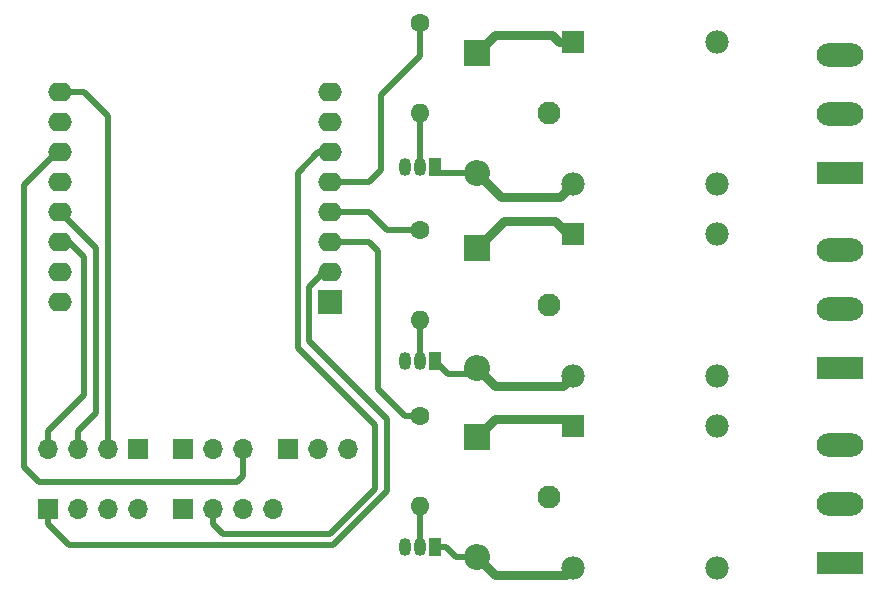
<source format=gbr>
%TF.GenerationSoftware,KiCad,Pcbnew,(6.0.10)*%
%TF.CreationDate,2023-04-17T16:01:09+07:00*%
%TF.ProjectId,PCB,5043422e-6b69-4636-9164-5f7063625858,rev?*%
%TF.SameCoordinates,Original*%
%TF.FileFunction,Copper,L1,Top*%
%TF.FilePolarity,Positive*%
%FSLAX46Y46*%
G04 Gerber Fmt 4.6, Leading zero omitted, Abs format (unit mm)*
G04 Created by KiCad (PCBNEW (6.0.10)) date 2023-04-17 16:01:09*
%MOMM*%
%LPD*%
G01*
G04 APERTURE LIST*
%TA.AperFunction,ComponentPad*%
%ADD10R,2.000000X2.000000*%
%TD*%
%TA.AperFunction,ComponentPad*%
%ADD11O,2.000000X1.600000*%
%TD*%
%TA.AperFunction,ComponentPad*%
%ADD12R,2.200000X2.200000*%
%TD*%
%TA.AperFunction,ComponentPad*%
%ADD13O,2.200000X2.200000*%
%TD*%
%TA.AperFunction,ComponentPad*%
%ADD14C,1.600000*%
%TD*%
%TA.AperFunction,ComponentPad*%
%ADD15O,1.600000X1.600000*%
%TD*%
%TA.AperFunction,ComponentPad*%
%ADD16R,3.960000X1.980000*%
%TD*%
%TA.AperFunction,ComponentPad*%
%ADD17O,3.960000X1.980000*%
%TD*%
%TA.AperFunction,ComponentPad*%
%ADD18R,1.980000X1.980000*%
%TD*%
%TA.AperFunction,ComponentPad*%
%ADD19C,1.980000*%
%TD*%
%TA.AperFunction,ComponentPad*%
%ADD20C,1.935000*%
%TD*%
%TA.AperFunction,ComponentPad*%
%ADD21R,1.050000X1.500000*%
%TD*%
%TA.AperFunction,ComponentPad*%
%ADD22O,1.050000X1.500000*%
%TD*%
%TA.AperFunction,ComponentPad*%
%ADD23R,1.700000X1.700000*%
%TD*%
%TA.AperFunction,ComponentPad*%
%ADD24O,1.700000X1.700000*%
%TD*%
%TA.AperFunction,Conductor*%
%ADD25C,0.500000*%
%TD*%
%TA.AperFunction,Conductor*%
%ADD26C,0.250000*%
%TD*%
%TA.AperFunction,Conductor*%
%ADD27C,0.750000*%
%TD*%
G04 APERTURE END LIST*
D10*
%TO.P,U1,1,~{RST}*%
%TO.N,unconnected-(U1-Pad1)*%
X135405000Y-89154000D03*
D11*
%TO.P,U1,2,A0*%
%TO.N,ANALAOG OUT*%
X135405000Y-86614000D03*
%TO.P,U1,3,D0*%
%TO.N,Input 3*%
X135405000Y-84074000D03*
%TO.P,U1,4,SCK/D5*%
%TO.N,Input 2*%
X135405000Y-81534000D03*
%TO.P,U1,5,MISO/D6*%
%TO.N,Input 1*%
X135405000Y-78994000D03*
%TO.P,U1,6,MOSI/D7*%
%TO.N,DIGITAL OUT*%
X135405000Y-76454000D03*
%TO.P,U1,7,CS/D8*%
%TO.N,unconnected-(U1-Pad7)*%
X135405000Y-73914000D03*
%TO.P,U1,8,3V3*%
%TO.N,unconnected-(U1-Pad8)*%
X135405000Y-71374000D03*
%TO.P,U1,9,5V*%
%TO.N,Net-(D1-Pad1)*%
X112545000Y-71374000D03*
%TO.P,U1,10,GND*%
%TO.N,GND*%
X112545000Y-73914000D03*
%TO.P,U1,11,D4*%
%TO.N,Servo*%
X112545000Y-76454000D03*
%TO.P,U1,12,D3*%
%TO.N,DHT11*%
X112545000Y-78994000D03*
%TO.P,U1,13,SDA/D2*%
%TO.N,SDA*%
X112545000Y-81534000D03*
%TO.P,U1,14,SCL/D1*%
%TO.N,SCL*%
X112545000Y-84074000D03*
%TO.P,U1,15,RX*%
%TO.N,unconnected-(U1-Pad15)*%
X112545000Y-86614000D03*
%TO.P,U1,16,TX*%
%TO.N,unconnected-(U1-Pad16)*%
X112545000Y-89154000D03*
%TD*%
D12*
%TO.P,D3,1,K*%
%TO.N,Net-(D1-Pad1)*%
X147828000Y-100584000D03*
D13*
%TO.P,D3,2,A*%
%TO.N,Net-(D3-Pad2)*%
X147828000Y-110744000D03*
%TD*%
D12*
%TO.P,D1,1,K*%
%TO.N,Net-(D1-Pad1)*%
X147828000Y-68072000D03*
D13*
%TO.P,D1,2,A*%
%TO.N,Net-(D1-Pad2)*%
X147828000Y-78232000D03*
%TD*%
D14*
%TO.P,R1,1*%
%TO.N,Input 1*%
X143002000Y-65532000D03*
D15*
%TO.P,R1,2*%
%TO.N,Net-(Q1-Pad2)*%
X143002000Y-73152000D03*
%TD*%
D16*
%TO.P,J1,1,Pin_1*%
%TO.N,Net-(J1-Pad1)*%
X178572000Y-78193000D03*
D17*
%TO.P,J1,2,Pin_2*%
%TO.N,Net-(J1-Pad2)*%
X178572000Y-73193000D03*
%TO.P,J1,3,Pin_3*%
%TO.N,Net-(J1-Pad3)*%
X178572000Y-68193000D03*
%TD*%
D14*
%TO.P,R2,1*%
%TO.N,Input 2*%
X143002000Y-83058000D03*
D15*
%TO.P,R2,2*%
%TO.N,Net-(Q2-Pad2)*%
X143002000Y-90678000D03*
%TD*%
D18*
%TO.P,K1,A1*%
%TO.N,Net-(D1-Pad1)*%
X155952000Y-67152000D03*
D19*
%TO.P,K1,A2*%
%TO.N,Net-(D1-Pad2)*%
X155952000Y-79152000D03*
D20*
%TO.P,K1,COM*%
%TO.N,Net-(J1-Pad2)*%
X153952000Y-73152000D03*
D19*
%TO.P,K1,NC*%
%TO.N,Net-(J1-Pad3)*%
X168152000Y-67152000D03*
%TO.P,K1,NO*%
%TO.N,Net-(J1-Pad1)*%
X168152000Y-79152000D03*
%TD*%
D21*
%TO.P,Q3,1,C*%
%TO.N,Net-(D3-Pad2)*%
X144272000Y-109876000D03*
D22*
%TO.P,Q3,2,B*%
%TO.N,Net-(Q3-Pad2)*%
X143002000Y-109876000D03*
%TO.P,Q3,3,E*%
%TO.N,GND*%
X141732000Y-109876000D03*
%TD*%
D18*
%TO.P,K2,A1*%
%TO.N,Net-(D1-Pad1)*%
X155952000Y-83408000D03*
D19*
%TO.P,K2,A2*%
%TO.N,Net-(D2-Pad2)*%
X155952000Y-95408000D03*
D20*
%TO.P,K2,COM*%
%TO.N,Net-(J2-Pad2)*%
X153952000Y-89408000D03*
D19*
%TO.P,K2,NC*%
%TO.N,Net-(J2-Pad3)*%
X168152000Y-83408000D03*
%TO.P,K2,NO*%
%TO.N,Net-(J2-Pad1)*%
X168152000Y-95408000D03*
%TD*%
D16*
%TO.P,J3,1,Pin_1*%
%TO.N,Net-(J3-Pad1)*%
X178572000Y-111213000D03*
D17*
%TO.P,J3,2,Pin_2*%
%TO.N,Net-(J3-Pad2)*%
X178572000Y-106213000D03*
%TO.P,J3,3,Pin_3*%
%TO.N,Net-(J3-Pad3)*%
X178572000Y-101213000D03*
%TD*%
D23*
%TO.P,Sensor2,1,Pin_1*%
%TO.N,unconnected-(Sensor2-Pad1)*%
X122936000Y-106680000D03*
D24*
%TO.P,Sensor2,2,Pin_2*%
%TO.N,DIGITAL OUT*%
X125476000Y-106680000D03*
%TO.P,Sensor2,3,Pin_3*%
%TO.N,GND*%
X128016000Y-106680000D03*
%TO.P,Sensor2,4,Pin_4*%
%TO.N,Net-(D1-Pad1)*%
X130556000Y-106680000D03*
%TD*%
D21*
%TO.P,Q1,1,C*%
%TO.N,Net-(D1-Pad2)*%
X144272000Y-77724000D03*
D22*
%TO.P,Q1,2,B*%
%TO.N,Net-(Q1-Pad2)*%
X143002000Y-77724000D03*
%TO.P,Q1,3,E*%
%TO.N,GND*%
X141732000Y-77724000D03*
%TD*%
D12*
%TO.P,D2,1,K*%
%TO.N,Net-(D1-Pad1)*%
X147828000Y-84582000D03*
D13*
%TO.P,D2,2,A*%
%TO.N,Net-(D2-Pad2)*%
X147828000Y-94742000D03*
%TD*%
D18*
%TO.P,K3,A1*%
%TO.N,Net-(D1-Pad1)*%
X155952000Y-99664000D03*
D19*
%TO.P,K3,A2*%
%TO.N,Net-(D3-Pad2)*%
X155952000Y-111664000D03*
D20*
%TO.P,K3,COM*%
%TO.N,Net-(J3-Pad2)*%
X153952000Y-105664000D03*
D19*
%TO.P,K3,NC*%
%TO.N,Net-(J3-Pad3)*%
X168152000Y-99664000D03*
%TO.P,K3,NO*%
%TO.N,Net-(J3-Pad1)*%
X168152000Y-111664000D03*
%TD*%
D14*
%TO.P,R3,1*%
%TO.N,Input 3*%
X143002000Y-98806000D03*
D15*
%TO.P,R3,2*%
%TO.N,Net-(Q3-Pad2)*%
X143002000Y-106426000D03*
%TD*%
D23*
%TO.P,DHT11,1,Pin_1*%
%TO.N,Net-(D1-Pad1)*%
X131841000Y-101600000D03*
D24*
%TO.P,DHT11,2,Pin_2*%
%TO.N,DHT11*%
X134381000Y-101600000D03*
%TO.P,DHT11,3,Pin_3*%
%TO.N,GND*%
X136921000Y-101600000D03*
%TD*%
D23*
%TO.P,Servo1,1,Pin_1*%
%TO.N,GND*%
X122936000Y-101600000D03*
D24*
%TO.P,Servo1,2,Pin_2*%
%TO.N,Net-(D1-Pad1)*%
X125476000Y-101600000D03*
%TO.P,Servo1,3,Pin_3*%
%TO.N,Servo*%
X128016000Y-101600000D03*
%TD*%
D21*
%TO.P,Q2,1,C*%
%TO.N,Net-(D2-Pad2)*%
X144272000Y-94128000D03*
D22*
%TO.P,Q2,2,B*%
%TO.N,Net-(Q2-Pad2)*%
X143002000Y-94128000D03*
%TO.P,Q2,3,E*%
%TO.N,GND*%
X141732000Y-94128000D03*
%TD*%
D23*
%TO.P,Screen1,1,Pin_1*%
%TO.N,GND*%
X119116000Y-101600000D03*
D24*
%TO.P,Screen1,2,Pin_2*%
%TO.N,Net-(D1-Pad1)*%
X116576000Y-101600000D03*
%TO.P,Screen1,3,Pin_3*%
%TO.N,SDA*%
X114036000Y-101600000D03*
%TO.P,Screen1,4,Pin_4*%
%TO.N,SCL*%
X111496000Y-101600000D03*
%TD*%
D23*
%TO.P,Sensor1,1,Pin_1*%
%TO.N,ANALAOG OUT*%
X111506000Y-106680000D03*
D24*
%TO.P,Sensor1,2,Pin_2*%
%TO.N,unconnected-(Sensor1-Pad2)*%
X114046000Y-106680000D03*
%TO.P,Sensor1,3,Pin_3*%
%TO.N,GND*%
X116586000Y-106680000D03*
%TO.P,Sensor1,4,Pin_4*%
%TO.N,Net-(D1-Pad1)*%
X119126000Y-106680000D03*
%TD*%
D16*
%TO.P,J2,1,Pin_1*%
%TO.N,Net-(J2-Pad1)*%
X178572000Y-94703000D03*
D17*
%TO.P,J2,2,Pin_2*%
%TO.N,Net-(J2-Pad2)*%
X178572000Y-89703000D03*
%TO.P,J2,3,Pin_3*%
%TO.N,Net-(J2-Pad3)*%
X178572000Y-84703000D03*
%TD*%
D25*
%TO.N,ANALAOG OUT*%
X113284000Y-109728000D02*
X111506000Y-107950000D01*
X135636000Y-109728000D02*
X113284000Y-109728000D01*
X133604000Y-87884000D02*
X133604000Y-92456000D01*
X134874000Y-86614000D02*
X133604000Y-87884000D01*
X133604000Y-92456000D02*
X140208000Y-99060000D01*
X140208000Y-99060000D02*
X140208000Y-105156000D01*
X140208000Y-105156000D02*
X135636000Y-109728000D01*
X111506000Y-107950000D02*
X111506000Y-106680000D01*
%TO.N,Net-(D1-Pad1)*%
X116576000Y-73396000D02*
X116576000Y-101600000D01*
X112545000Y-71374000D02*
X114554000Y-71374000D01*
X114554000Y-71374000D02*
X116576000Y-73396000D01*
%TO.N,SDA*%
X115570000Y-84559000D02*
X112545000Y-81534000D01*
X114036000Y-100086000D02*
X115570000Y-98552000D01*
X115570000Y-98552000D02*
X115570000Y-84559000D01*
X114036000Y-101600000D02*
X114036000Y-100086000D01*
%TO.N,SCL*%
X114554000Y-97028000D02*
X111496000Y-100086000D01*
X113284000Y-84074000D02*
X114554000Y-85344000D01*
X114554000Y-85344000D02*
X114554000Y-97028000D01*
X111496000Y-100086000D02*
X111496000Y-101600000D01*
D26*
X112545000Y-84074000D02*
X113284000Y-84074000D01*
D25*
%TO.N,Input 2*%
X140208000Y-83058000D02*
X140716000Y-83058000D01*
X138684000Y-81534000D02*
X140208000Y-83058000D01*
X135405000Y-81534000D02*
X138684000Y-81534000D01*
%TO.N,DIGITAL OUT*%
X135405000Y-76454000D02*
X134366000Y-76454000D01*
X134366000Y-76454000D02*
X132650000Y-78170000D01*
X139192000Y-104928050D02*
X135346050Y-108774000D01*
X132650000Y-92999950D02*
X138492000Y-98841950D01*
X132650000Y-78170000D02*
X132650000Y-92999950D01*
X138492000Y-98841950D02*
X138492000Y-98868000D01*
X138492000Y-98868000D02*
X139192000Y-99568000D01*
X139192000Y-99568000D02*
X139192000Y-104928050D01*
X135346050Y-108774000D02*
X126300000Y-108774000D01*
X126300000Y-108774000D02*
X125476000Y-107950000D01*
X125476000Y-107950000D02*
X125476000Y-106680000D01*
%TO.N,Input 3*%
X138684000Y-84074000D02*
X139446000Y-84836000D01*
X135405000Y-84074000D02*
X138684000Y-84074000D01*
X139446000Y-84836000D02*
X139446000Y-85598000D01*
D27*
%TO.N,Net-(D1-Pad2)*%
X149860000Y-80264000D02*
X154840000Y-80264000D01*
X154840000Y-80264000D02*
X155952000Y-79152000D01*
D25*
X144780000Y-78232000D02*
X147828000Y-78232000D01*
D27*
X147828000Y-78232000D02*
X149860000Y-80264000D01*
D26*
X144272000Y-77724000D02*
X144780000Y-78232000D01*
D27*
%TO.N,Net-(D2-Pad2)*%
X149352000Y-96266000D02*
X155094000Y-96266000D01*
X155094000Y-96266000D02*
X155952000Y-95408000D01*
D26*
X147320000Y-95250000D02*
X147828000Y-94742000D01*
D27*
X147828000Y-94742000D02*
X149352000Y-96266000D01*
D25*
X145394000Y-95250000D02*
X147320000Y-95250000D01*
X144272000Y-94128000D02*
X145394000Y-95250000D01*
%TO.N,Net-(D3-Pad2)*%
X144272000Y-109876000D02*
X145182000Y-109876000D01*
X145182000Y-109876000D02*
X146050000Y-110744000D01*
D27*
X149352000Y-112268000D02*
X155348000Y-112268000D01*
D25*
X146050000Y-110744000D02*
X147828000Y-110744000D01*
D27*
X147828000Y-110744000D02*
X149352000Y-112268000D01*
D26*
X155348000Y-112268000D02*
X155952000Y-111664000D01*
D25*
%TO.N,Net-(Q1-Pad2)*%
X143002000Y-73152000D02*
X143002000Y-77724000D01*
%TO.N,Net-(Q2-Pad2)*%
X143002000Y-90678000D02*
X143002000Y-94128000D01*
%TO.N,Net-(Q3-Pad2)*%
X143002000Y-109876000D02*
X143002000Y-106426000D01*
%TO.N,Input 1*%
X139700000Y-77978000D02*
X139700000Y-71628000D01*
X135405000Y-78994000D02*
X138684000Y-78994000D01*
X139700000Y-71628000D02*
X143002000Y-68326000D01*
X143002000Y-68326000D02*
X143002000Y-65532000D01*
X138684000Y-78994000D02*
X139700000Y-77978000D01*
%TO.N,Input 2*%
X140716000Y-83058000D02*
X143002000Y-83058000D01*
%TO.N,Input 3*%
X139446000Y-96520000D02*
X141732000Y-98806000D01*
X141732000Y-98806000D02*
X143002000Y-98806000D01*
X139446000Y-85598000D02*
X139446000Y-96520000D01*
D26*
%TO.N,Servo*%
X112545000Y-76454000D02*
X112268000Y-76454000D01*
D25*
X109474000Y-103124000D02*
X110744000Y-104394000D01*
X128016000Y-103886000D02*
X128016000Y-101600000D01*
X127508000Y-104394000D02*
X128016000Y-103886000D01*
X109474000Y-79248000D02*
X109474000Y-103124000D01*
X112268000Y-76454000D02*
X109474000Y-79248000D01*
X110744000Y-104394000D02*
X127508000Y-104394000D01*
D26*
%TO.N,ANALAOG OUT*%
X134874000Y-86614000D02*
X135405000Y-86614000D01*
D27*
%TO.N,Net-(D1-Pad1)*%
X149352000Y-66548000D02*
X154178000Y-66548000D01*
X154178000Y-66548000D02*
X154782000Y-67152000D01*
X147828000Y-100584000D02*
X149352000Y-99060000D01*
X147828000Y-68072000D02*
X149352000Y-66548000D01*
X154432000Y-82296000D02*
X155544000Y-83408000D01*
X149352000Y-99060000D02*
X155348000Y-99060000D01*
X154782000Y-67152000D02*
X155952000Y-67152000D01*
X147828000Y-84582000D02*
X150114000Y-82296000D01*
D26*
X155348000Y-99060000D02*
X155952000Y-99664000D01*
X155544000Y-83408000D02*
X155952000Y-83408000D01*
D27*
X150114000Y-82296000D02*
X154432000Y-82296000D01*
%TD*%
M02*

</source>
